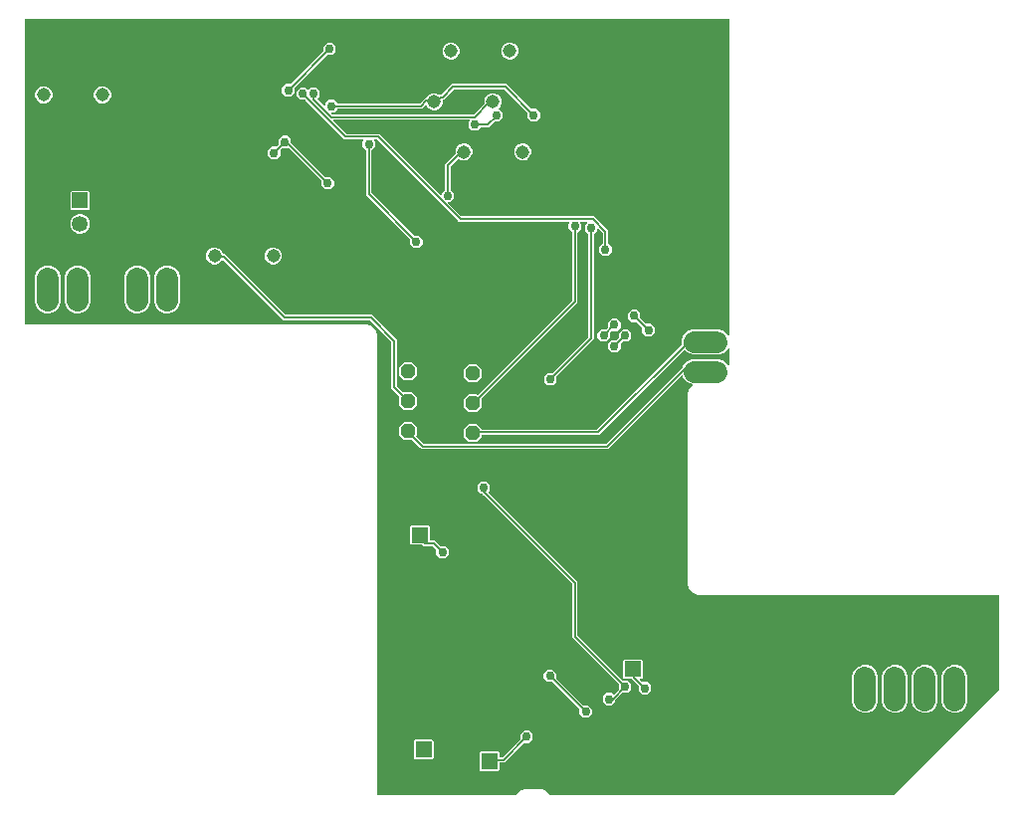
<source format=gbr>
G04 EAGLE Gerber X2 export*
%TF.Part,Single*%
%TF.FileFunction,Copper,L2,Bot,Mixed*%
%TF.FilePolarity,Positive*%
%TF.GenerationSoftware,Autodesk,EAGLE,9.2.2*%
%TF.CreationDate,2019-06-08T20:53:20Z*%
G75*
%MOMM*%
%FSLAX34Y34*%
%LPD*%
%INBottom Copper*%
%AMOC8*
5,1,8,0,0,1.08239X$1,22.5*%
G01*
%ADD10C,1.143000*%
%ADD11R,1.350000X1.350000*%
%ADD12C,1.350000*%
%ADD13P,1.307527X8X292.500000*%
%ADD14C,1.879600*%
%ADD15C,0.152400*%
%ADD16C,0.756400*%

G36*
X428807Y10162D02*
X428807Y10162D01*
X428814Y10161D01*
X428905Y10182D01*
X428997Y10200D01*
X429003Y10204D01*
X429009Y10206D01*
X429085Y10260D01*
X429163Y10313D01*
X429167Y10318D01*
X429172Y10322D01*
X429269Y10474D01*
X429386Y10756D01*
X432244Y13614D01*
X432576Y13751D01*
X433800Y14258D01*
X435025Y14766D01*
X435979Y15161D01*
X450021Y15161D01*
X453756Y13614D01*
X456614Y10756D01*
X456731Y10474D01*
X456734Y10468D01*
X456736Y10462D01*
X456790Y10385D01*
X456842Y10308D01*
X456848Y10304D01*
X456852Y10299D01*
X456931Y10249D01*
X457010Y10197D01*
X457016Y10196D01*
X457022Y10193D01*
X457199Y10161D01*
X750166Y10161D01*
X750174Y10162D01*
X750181Y10161D01*
X750271Y10182D01*
X750362Y10200D01*
X750369Y10205D01*
X750377Y10207D01*
X750525Y10309D01*
X839691Y99475D01*
X839695Y99482D01*
X839701Y99487D01*
X839750Y99565D01*
X839802Y99642D01*
X839803Y99650D01*
X839807Y99657D01*
X839839Y99834D01*
X839839Y179332D01*
X839838Y179337D01*
X839839Y179342D01*
X839818Y179435D01*
X839800Y179529D01*
X839797Y179533D01*
X839796Y179538D01*
X839740Y179616D01*
X839687Y179694D01*
X839683Y179697D01*
X839680Y179701D01*
X839598Y179752D01*
X839519Y179804D01*
X839514Y179804D01*
X839509Y179807D01*
X839332Y179839D01*
X582979Y179839D01*
X579244Y181386D01*
X576386Y184244D01*
X574839Y187979D01*
X574839Y352021D01*
X576386Y355756D01*
X578842Y358211D01*
X578843Y358214D01*
X578846Y358215D01*
X578898Y358296D01*
X578953Y358378D01*
X578953Y358381D01*
X578955Y358383D01*
X578972Y358479D01*
X578990Y358575D01*
X578990Y358578D01*
X578990Y358580D01*
X578969Y358677D01*
X578949Y358771D01*
X578947Y358773D01*
X578947Y358776D01*
X578890Y358856D01*
X578835Y358936D01*
X578832Y358937D01*
X578831Y358939D01*
X578748Y358991D01*
X578665Y359043D01*
X578663Y359044D01*
X578661Y359045D01*
X578483Y359077D01*
X578429Y359077D01*
X574415Y360740D01*
X571342Y363813D01*
X570270Y366400D01*
X570268Y366404D01*
X570267Y366408D01*
X570212Y366487D01*
X570159Y366567D01*
X570155Y366569D01*
X570153Y366572D01*
X570071Y366624D01*
X569991Y366677D01*
X569987Y366678D01*
X569984Y366680D01*
X569889Y366696D01*
X569794Y366714D01*
X569790Y366713D01*
X569786Y366713D01*
X569692Y366691D01*
X569598Y366671D01*
X569595Y366669D01*
X569591Y366668D01*
X569443Y366565D01*
X506915Y304037D01*
X348049Y304037D01*
X346561Y305525D01*
X340324Y311762D01*
X340319Y311765D01*
X340316Y311770D01*
X340236Y311820D01*
X340157Y311873D01*
X340152Y311874D01*
X340147Y311877D01*
X340053Y311893D01*
X339960Y311911D01*
X339955Y311910D01*
X339950Y311911D01*
X339857Y311889D01*
X339764Y311869D01*
X339759Y311866D01*
X339754Y311865D01*
X339711Y311835D01*
X333412Y311835D01*
X328981Y316266D01*
X328981Y322533D01*
X333412Y326964D01*
X339679Y326964D01*
X344111Y322533D01*
X344111Y316266D01*
X343558Y315714D01*
X343555Y315709D01*
X343551Y315706D01*
X343500Y315626D01*
X343447Y315547D01*
X343446Y315541D01*
X343443Y315537D01*
X343427Y315443D01*
X343409Y315350D01*
X343410Y315345D01*
X343409Y315339D01*
X343431Y315247D01*
X343451Y315154D01*
X343454Y315149D01*
X343455Y315144D01*
X343558Y314996D01*
X349795Y308759D01*
X349801Y308755D01*
X349806Y308749D01*
X349884Y308700D01*
X349962Y308648D01*
X349969Y308647D01*
X349976Y308643D01*
X350153Y308611D01*
X504811Y308611D01*
X504818Y308612D01*
X504826Y308611D01*
X504916Y308632D01*
X505007Y308650D01*
X505014Y308655D01*
X505021Y308657D01*
X505169Y308759D01*
X570383Y373973D01*
X570388Y373981D01*
X570396Y373986D01*
X570493Y374138D01*
X571342Y376187D01*
X574415Y379260D01*
X574942Y379478D01*
X576167Y379986D01*
X577391Y380493D01*
X577392Y380493D01*
X578429Y380923D01*
X601571Y380923D01*
X605585Y379260D01*
X608658Y376187D01*
X608863Y375691D01*
X608864Y375690D01*
X608864Y375689D01*
X608867Y375685D01*
X608867Y375682D01*
X608904Y375630D01*
X608919Y375608D01*
X608975Y375525D01*
X608976Y375524D01*
X608977Y375523D01*
X608983Y375519D01*
X608991Y375513D01*
X609057Y375471D01*
X609143Y375415D01*
X609144Y375414D01*
X609145Y375414D01*
X609242Y375396D01*
X609340Y375378D01*
X609341Y375378D01*
X609342Y375378D01*
X609442Y375400D01*
X609536Y375421D01*
X609537Y375421D01*
X609538Y375422D01*
X609618Y375479D01*
X609700Y375536D01*
X609700Y375537D01*
X609701Y375538D01*
X609753Y375620D01*
X609806Y375705D01*
X609807Y375707D01*
X609807Y375708D01*
X609839Y375885D01*
X609839Y389515D01*
X609839Y389516D01*
X609839Y389517D01*
X609820Y389611D01*
X609800Y389711D01*
X609799Y389712D01*
X609799Y389714D01*
X609742Y389796D01*
X609687Y389877D01*
X609686Y389878D01*
X609685Y389879D01*
X609600Y389934D01*
X609519Y389986D01*
X609518Y389987D01*
X609517Y389987D01*
X609418Y390005D01*
X609322Y390022D01*
X609320Y390022D01*
X609319Y390022D01*
X609222Y390000D01*
X609126Y389978D01*
X609125Y389978D01*
X609124Y389977D01*
X609044Y389920D01*
X608963Y389862D01*
X608962Y389861D01*
X608961Y389861D01*
X608863Y389709D01*
X608658Y389213D01*
X605585Y386140D01*
X605231Y385993D01*
X604006Y385486D01*
X602782Y384979D01*
X601571Y384477D01*
X578429Y384477D01*
X574415Y386140D01*
X572169Y388386D01*
X572165Y388389D01*
X572162Y388393D01*
X572081Y388444D01*
X572002Y388497D01*
X571997Y388498D01*
X571993Y388501D01*
X571899Y388517D01*
X571805Y388534D01*
X571800Y388533D01*
X571795Y388534D01*
X571702Y388513D01*
X571609Y388493D01*
X571605Y388490D01*
X571600Y388489D01*
X571452Y388386D01*
X499295Y316229D01*
X399492Y316229D01*
X399487Y316228D01*
X399482Y316229D01*
X399389Y316208D01*
X399296Y316190D01*
X399291Y316187D01*
X399286Y316186D01*
X399208Y316130D01*
X399130Y316077D01*
X399127Y316073D01*
X399123Y316070D01*
X399072Y315988D01*
X399021Y315909D01*
X399020Y315904D01*
X399017Y315899D01*
X398985Y315722D01*
X398985Y314907D01*
X394554Y310476D01*
X388287Y310476D01*
X383855Y314907D01*
X383855Y321174D01*
X388287Y325605D01*
X394554Y325605D01*
X399019Y321140D01*
X399024Y321113D01*
X399027Y321109D01*
X399029Y321104D01*
X399084Y321026D01*
X399137Y320948D01*
X399142Y320945D01*
X399145Y320941D01*
X399226Y320890D01*
X399305Y320838D01*
X399310Y320838D01*
X399315Y320835D01*
X399492Y320803D01*
X497191Y320803D01*
X497198Y320804D01*
X497206Y320803D01*
X497296Y320824D01*
X497387Y320842D01*
X497394Y320847D01*
X497401Y320849D01*
X497549Y320951D01*
X569531Y392933D01*
X569535Y392939D01*
X569541Y392944D01*
X569590Y393022D01*
X569642Y393100D01*
X569643Y393107D01*
X569647Y393114D01*
X569679Y393291D01*
X569679Y397573D01*
X571342Y401587D01*
X574415Y404660D01*
X574852Y404841D01*
X576076Y405348D01*
X577301Y405855D01*
X578429Y406323D01*
X601571Y406323D01*
X605585Y404660D01*
X608658Y401587D01*
X608863Y401091D01*
X608864Y401090D01*
X608864Y401089D01*
X608919Y401008D01*
X608975Y400925D01*
X608976Y400924D01*
X608977Y400923D01*
X609057Y400871D01*
X609143Y400815D01*
X609144Y400814D01*
X609145Y400814D01*
X609242Y400796D01*
X609340Y400778D01*
X609341Y400778D01*
X609342Y400778D01*
X609442Y400800D01*
X609536Y400821D01*
X609537Y400821D01*
X609538Y400822D01*
X609618Y400879D01*
X609700Y400936D01*
X609700Y400937D01*
X609701Y400938D01*
X609753Y401020D01*
X609806Y401105D01*
X609807Y401107D01*
X609807Y401108D01*
X609839Y401285D01*
X609839Y669332D01*
X609838Y669337D01*
X609839Y669342D01*
X609818Y669435D01*
X609800Y669529D01*
X609797Y669533D01*
X609796Y669538D01*
X609740Y669616D01*
X609687Y669694D01*
X609683Y669697D01*
X609680Y669701D01*
X609598Y669752D01*
X609519Y669804D01*
X609514Y669804D01*
X609509Y669807D01*
X609332Y669839D01*
X10668Y669839D01*
X10663Y669838D01*
X10658Y669839D01*
X10565Y669818D01*
X10471Y669800D01*
X10467Y669797D01*
X10462Y669796D01*
X10384Y669740D01*
X10306Y669687D01*
X10303Y669683D01*
X10299Y669680D01*
X10248Y669598D01*
X10196Y669519D01*
X10196Y669514D01*
X10193Y669509D01*
X10161Y669332D01*
X10161Y410668D01*
X10162Y410663D01*
X10161Y410658D01*
X10182Y410565D01*
X10200Y410471D01*
X10203Y410467D01*
X10204Y410462D01*
X10260Y410384D01*
X10313Y410306D01*
X10317Y410303D01*
X10320Y410299D01*
X10402Y410248D01*
X10481Y410196D01*
X10486Y410196D01*
X10491Y410193D01*
X10668Y410161D01*
X302021Y410161D01*
X305756Y408614D01*
X308614Y405756D01*
X310161Y402021D01*
X310161Y10668D01*
X310162Y10663D01*
X310161Y10658D01*
X310182Y10565D01*
X310200Y10471D01*
X310203Y10467D01*
X310204Y10462D01*
X310260Y10384D01*
X310313Y10306D01*
X310317Y10303D01*
X310320Y10299D01*
X310402Y10248D01*
X310481Y10196D01*
X310486Y10196D01*
X310491Y10193D01*
X310668Y10161D01*
X428801Y10161D01*
X428807Y10162D01*
G37*
%LPC*%
G36*
X388287Y335876D02*
X388287Y335876D01*
X383855Y340307D01*
X383855Y346574D01*
X388287Y351005D01*
X394554Y351005D01*
X395188Y350371D01*
X395192Y350368D01*
X395195Y350364D01*
X395275Y350313D01*
X395355Y350260D01*
X395360Y350259D01*
X395364Y350256D01*
X395458Y350240D01*
X395552Y350223D01*
X395557Y350224D01*
X395562Y350223D01*
X395654Y350244D01*
X395748Y350264D01*
X395752Y350267D01*
X395757Y350268D01*
X395905Y350371D01*
X476101Y430567D01*
X476105Y430573D01*
X476111Y430578D01*
X476160Y430656D01*
X476212Y430734D01*
X476213Y430741D01*
X476217Y430748D01*
X476249Y430925D01*
X476249Y488348D01*
X476248Y488356D01*
X476249Y488363D01*
X476228Y488453D01*
X476210Y488544D01*
X476205Y488551D01*
X476203Y488558D01*
X476101Y488706D01*
X473229Y491578D01*
X473229Y495974D01*
X473975Y496719D01*
X473976Y496722D01*
X473978Y496723D01*
X474030Y496803D01*
X474085Y496886D01*
X474086Y496889D01*
X474087Y496891D01*
X474105Y496987D01*
X474123Y497083D01*
X474123Y497086D01*
X474123Y497088D01*
X474102Y497185D01*
X474081Y497279D01*
X474080Y497281D01*
X474079Y497284D01*
X474023Y497364D01*
X473967Y497444D01*
X473965Y497445D01*
X473963Y497447D01*
X473880Y497499D01*
X473798Y497551D01*
X473795Y497552D01*
X473793Y497553D01*
X473616Y497585D01*
X380053Y497585D01*
X310097Y567541D01*
X310091Y567545D01*
X310086Y567551D01*
X310008Y567600D01*
X309930Y567652D01*
X309923Y567653D01*
X309916Y567657D01*
X309739Y567689D01*
X308196Y567689D01*
X308194Y567689D01*
X308191Y567689D01*
X308096Y567669D01*
X308000Y567650D01*
X307997Y567648D01*
X307995Y567648D01*
X307914Y567592D01*
X307834Y567537D01*
X307832Y567535D01*
X307830Y567533D01*
X307777Y567450D01*
X307725Y567369D01*
X307724Y567366D01*
X307723Y567364D01*
X307706Y567268D01*
X307689Y567172D01*
X307690Y567169D01*
X307689Y567167D01*
X307711Y567072D01*
X307733Y566976D01*
X307734Y566974D01*
X307735Y566971D01*
X307837Y566823D01*
X308583Y566078D01*
X308583Y561682D01*
X305711Y558810D01*
X305707Y558804D01*
X305701Y558799D01*
X305652Y558721D01*
X305600Y558643D01*
X305599Y558636D01*
X305595Y558629D01*
X305563Y558452D01*
X305563Y522129D01*
X305564Y522121D01*
X305563Y522113D01*
X305584Y522023D01*
X305602Y521932D01*
X305607Y521926D01*
X305609Y521918D01*
X305711Y521770D01*
X341654Y485827D01*
X341660Y485823D01*
X341665Y485817D01*
X341744Y485768D01*
X341821Y485716D01*
X341829Y485715D01*
X341835Y485711D01*
X342013Y485679D01*
X345757Y485679D01*
X348865Y482570D01*
X348865Y478174D01*
X345757Y475065D01*
X341360Y475065D01*
X338252Y478174D01*
X338252Y482552D01*
X338250Y482559D01*
X338251Y482567D01*
X338231Y482657D01*
X338212Y482748D01*
X338208Y482755D01*
X338206Y482762D01*
X338103Y482910D01*
X300989Y520024D01*
X300989Y558452D01*
X300988Y558460D01*
X300989Y558467D01*
X300968Y558557D01*
X300950Y558648D01*
X300945Y558655D01*
X300943Y558662D01*
X300841Y558810D01*
X297969Y561682D01*
X297969Y566078D01*
X298715Y566823D01*
X298716Y566826D01*
X298718Y566827D01*
X298770Y566907D01*
X298825Y566990D01*
X298826Y566993D01*
X298827Y566995D01*
X298844Y567089D01*
X298863Y567187D01*
X298863Y567190D01*
X298863Y567192D01*
X298842Y567289D01*
X298821Y567383D01*
X298820Y567385D01*
X298819Y567388D01*
X298763Y567468D01*
X298707Y567548D01*
X298705Y567549D01*
X298703Y567551D01*
X298620Y567603D01*
X298538Y567655D01*
X298535Y567656D01*
X298533Y567657D01*
X298356Y567689D01*
X282517Y567689D01*
X281029Y569177D01*
X249109Y601097D01*
X249103Y601101D01*
X249098Y601107D01*
X249020Y601156D01*
X248942Y601208D01*
X248935Y601209D01*
X248928Y601213D01*
X248751Y601245D01*
X244690Y601245D01*
X241581Y604354D01*
X241581Y608750D01*
X244690Y611859D01*
X249086Y611859D01*
X251101Y609844D01*
X251106Y609841D01*
X251109Y609836D01*
X251189Y609785D01*
X251268Y609733D01*
X251273Y609732D01*
X251278Y609729D01*
X251372Y609713D01*
X251465Y609695D01*
X251470Y609696D01*
X251476Y609695D01*
X251568Y609717D01*
X251661Y609737D01*
X251666Y609740D01*
X251671Y609741D01*
X251819Y609844D01*
X253834Y611859D01*
X258230Y611859D01*
X261339Y608750D01*
X261339Y604354D01*
X259474Y602489D01*
X259471Y602485D01*
X259467Y602482D01*
X259416Y602401D01*
X259363Y602322D01*
X259362Y602317D01*
X259359Y602313D01*
X259343Y602219D01*
X259326Y602125D01*
X259327Y602120D01*
X259326Y602115D01*
X259347Y602023D01*
X259367Y601929D01*
X259370Y601925D01*
X259371Y601920D01*
X259474Y601772D01*
X265099Y596147D01*
X265102Y596145D01*
X265103Y596143D01*
X265184Y596090D01*
X265266Y596036D01*
X265269Y596035D01*
X265271Y596034D01*
X265367Y596016D01*
X265463Y595998D01*
X265466Y595999D01*
X265468Y595998D01*
X265565Y596020D01*
X265659Y596040D01*
X265661Y596041D01*
X265664Y596042D01*
X265744Y596098D01*
X265824Y596154D01*
X265825Y596156D01*
X265827Y596158D01*
X265879Y596240D01*
X265931Y596323D01*
X265932Y596326D01*
X265933Y596328D01*
X265965Y596505D01*
X265965Y598082D01*
X269074Y601191D01*
X273470Y601191D01*
X276342Y598319D01*
X276348Y598315D01*
X276353Y598309D01*
X276431Y598260D01*
X276509Y598208D01*
X276516Y598207D01*
X276523Y598203D01*
X276700Y598171D01*
X346315Y598171D01*
X346322Y598172D01*
X346330Y598171D01*
X346420Y598192D01*
X346511Y598210D01*
X346518Y598215D01*
X346525Y598217D01*
X346673Y598319D01*
X351097Y602743D01*
X351862Y602743D01*
X351868Y602744D01*
X351875Y602743D01*
X351966Y602764D01*
X352058Y602782D01*
X352064Y602786D01*
X352070Y602787D01*
X352147Y602842D01*
X352224Y602895D01*
X352228Y602900D01*
X352233Y602904D01*
X352330Y603056D01*
X352668Y603871D01*
X354705Y605908D01*
X355456Y606219D01*
X355457Y606219D01*
X356681Y606726D01*
X357365Y607010D01*
X360246Y607010D01*
X362946Y605891D01*
X362965Y605880D01*
X363042Y605828D01*
X363049Y605827D01*
X363056Y605823D01*
X363233Y605791D01*
X364603Y605791D01*
X364610Y605792D01*
X364618Y605791D01*
X364708Y605812D01*
X364799Y605830D01*
X364806Y605835D01*
X364813Y605837D01*
X364961Y605939D01*
X373957Y614935D01*
X420047Y614935D01*
X421535Y613447D01*
X441263Y593719D01*
X441269Y593715D01*
X441274Y593709D01*
X441352Y593660D01*
X441430Y593608D01*
X441437Y593607D01*
X441444Y593603D01*
X441621Y593571D01*
X445682Y593571D01*
X448791Y590462D01*
X448791Y586066D01*
X445682Y582957D01*
X441286Y582957D01*
X438177Y586066D01*
X438177Y590127D01*
X438176Y590134D01*
X438177Y590142D01*
X438156Y590232D01*
X438138Y590323D01*
X438133Y590330D01*
X438131Y590337D01*
X438029Y590485D01*
X418301Y610213D01*
X418295Y610217D01*
X418290Y610223D01*
X418212Y610272D01*
X418134Y610324D01*
X418127Y610325D01*
X418120Y610329D01*
X417943Y610361D01*
X376061Y610361D01*
X376054Y610360D01*
X376046Y610361D01*
X375956Y610340D01*
X375865Y610322D01*
X375858Y610317D01*
X375851Y610315D01*
X375703Y610213D01*
X366707Y601217D01*
X366552Y601217D01*
X366547Y601216D01*
X366542Y601217D01*
X366449Y601196D01*
X366356Y601178D01*
X366352Y601175D01*
X366346Y601174D01*
X366269Y601118D01*
X366190Y601065D01*
X366187Y601061D01*
X366183Y601058D01*
X366132Y600976D01*
X366081Y600897D01*
X366080Y600892D01*
X366077Y600887D01*
X366045Y600710D01*
X366045Y598330D01*
X364943Y595669D01*
X362906Y593632D01*
X362487Y593459D01*
X361262Y592951D01*
X360246Y592530D01*
X357365Y592530D01*
X354705Y593632D01*
X352668Y595669D01*
X352321Y596507D01*
X352319Y596510D01*
X352318Y596514D01*
X352263Y596594D01*
X352209Y596673D01*
X352206Y596676D01*
X352204Y596679D01*
X352122Y596731D01*
X352042Y596784D01*
X352038Y596784D01*
X352034Y596786D01*
X351939Y596802D01*
X351844Y596820D01*
X351841Y596819D01*
X351837Y596820D01*
X351743Y596798D01*
X351649Y596778D01*
X351645Y596775D01*
X351642Y596774D01*
X351494Y596672D01*
X348419Y593597D01*
X276700Y593597D01*
X276692Y593596D01*
X276685Y593597D01*
X276595Y593576D01*
X276504Y593558D01*
X276497Y593553D01*
X276490Y593551D01*
X276342Y593449D01*
X273470Y590577D01*
X271893Y590577D01*
X271891Y590577D01*
X271888Y590577D01*
X271793Y590557D01*
X271697Y590538D01*
X271695Y590536D01*
X271692Y590536D01*
X271612Y590480D01*
X271531Y590425D01*
X271530Y590423D01*
X271527Y590421D01*
X271474Y590337D01*
X271422Y590257D01*
X271421Y590254D01*
X271420Y590252D01*
X271403Y590156D01*
X271386Y590060D01*
X271387Y590057D01*
X271386Y590055D01*
X271409Y589958D01*
X271430Y589864D01*
X271431Y589862D01*
X271432Y589859D01*
X271535Y589711D01*
X272071Y589175D01*
X272077Y589171D01*
X272082Y589165D01*
X272161Y589116D01*
X272238Y589064D01*
X272245Y589063D01*
X272252Y589059D01*
X272429Y589027D01*
X392035Y589027D01*
X392042Y589028D01*
X392050Y589027D01*
X392140Y589048D01*
X392231Y589066D01*
X392238Y589071D01*
X392245Y589073D01*
X392393Y589175D01*
X401417Y598199D01*
X401422Y598206D01*
X401428Y598210D01*
X401477Y598289D01*
X401528Y598366D01*
X401530Y598374D01*
X401534Y598380D01*
X401566Y598558D01*
X401566Y601210D01*
X402668Y603871D01*
X404705Y605908D01*
X405456Y606219D01*
X405457Y606219D01*
X406681Y606726D01*
X407365Y607010D01*
X410246Y607010D01*
X412906Y605908D01*
X414943Y603871D01*
X416045Y601210D01*
X416045Y598330D01*
X414943Y595669D01*
X413620Y594346D01*
X413617Y594342D01*
X413613Y594339D01*
X413562Y594259D01*
X413509Y594179D01*
X413508Y594174D01*
X413505Y594170D01*
X413489Y594076D01*
X413472Y593982D01*
X413473Y593977D01*
X413472Y593972D01*
X413493Y593879D01*
X413513Y593786D01*
X413516Y593782D01*
X413517Y593777D01*
X413620Y593629D01*
X416787Y590462D01*
X416787Y586066D01*
X413678Y582957D01*
X410673Y582957D01*
X410665Y582956D01*
X410658Y582957D01*
X410568Y582936D01*
X410477Y582918D01*
X410470Y582913D01*
X410462Y582911D01*
X410314Y582809D01*
X407022Y579516D01*
X405534Y578028D01*
X398638Y578028D01*
X398631Y578027D01*
X398623Y578028D01*
X398533Y578007D01*
X398442Y577989D01*
X398435Y577984D01*
X398428Y577982D01*
X398280Y577880D01*
X395408Y575008D01*
X391012Y575008D01*
X387903Y578117D01*
X387903Y582513D01*
X388978Y583587D01*
X388979Y583590D01*
X388981Y583591D01*
X389033Y583671D01*
X389089Y583754D01*
X389089Y583757D01*
X389091Y583759D01*
X389108Y583855D01*
X389126Y583951D01*
X389126Y583954D01*
X389126Y583956D01*
X389105Y584053D01*
X389085Y584147D01*
X389083Y584149D01*
X389083Y584152D01*
X389026Y584232D01*
X388970Y584312D01*
X388968Y584313D01*
X388967Y584315D01*
X388883Y584368D01*
X388801Y584419D01*
X388799Y584420D01*
X388796Y584421D01*
X388619Y584453D01*
X273445Y584453D01*
X273443Y584453D01*
X273440Y584453D01*
X273345Y584433D01*
X273249Y584414D01*
X273247Y584412D01*
X273244Y584412D01*
X273163Y584356D01*
X273083Y584301D01*
X273082Y584299D01*
X273079Y584297D01*
X273026Y584214D01*
X272974Y584133D01*
X272973Y584130D01*
X272972Y584128D01*
X272955Y584032D01*
X272938Y583936D01*
X272939Y583933D01*
X272938Y583931D01*
X272960Y583837D01*
X272982Y583740D01*
X272983Y583738D01*
X272984Y583735D01*
X273087Y583587D01*
X284263Y572411D01*
X284269Y572407D01*
X284274Y572401D01*
X284352Y572352D01*
X284430Y572300D01*
X284437Y572299D01*
X284444Y572295D01*
X284621Y572263D01*
X311843Y572263D01*
X364159Y519947D01*
X364162Y519945D01*
X364163Y519943D01*
X364244Y519890D01*
X364326Y519836D01*
X364329Y519835D01*
X364331Y519834D01*
X364427Y519816D01*
X364523Y519798D01*
X364526Y519799D01*
X364528Y519798D01*
X364625Y519820D01*
X364719Y519840D01*
X364721Y519841D01*
X364724Y519842D01*
X364804Y519898D01*
X364884Y519954D01*
X364885Y519956D01*
X364887Y519958D01*
X364939Y520040D01*
X364991Y520123D01*
X364992Y520126D01*
X364993Y520128D01*
X365025Y520305D01*
X365025Y521882D01*
X367897Y524754D01*
X367901Y524760D01*
X367907Y524765D01*
X367956Y524843D01*
X368008Y524920D01*
X368009Y524928D01*
X368013Y524935D01*
X368045Y525112D01*
X368045Y546539D01*
X376710Y555204D01*
X376715Y555211D01*
X376721Y555215D01*
X376770Y555294D01*
X376821Y555371D01*
X376823Y555379D01*
X376827Y555386D01*
X376859Y555563D01*
X376859Y558450D01*
X377961Y561111D01*
X379998Y563148D01*
X381114Y563610D01*
X382339Y564117D01*
X382659Y564250D01*
X385539Y564250D01*
X388200Y563148D01*
X390236Y561111D01*
X391338Y558450D01*
X391338Y555570D01*
X390236Y552909D01*
X388200Y550872D01*
X388145Y550850D01*
X388144Y550850D01*
X386920Y550342D01*
X385695Y549835D01*
X385539Y549770D01*
X382659Y549770D01*
X379998Y550872D01*
X379781Y551089D01*
X379776Y551092D01*
X379773Y551097D01*
X379692Y551148D01*
X379614Y551200D01*
X379609Y551201D01*
X379604Y551204D01*
X379510Y551220D01*
X379417Y551238D01*
X379412Y551237D01*
X379407Y551238D01*
X379314Y551216D01*
X379221Y551196D01*
X379217Y551193D01*
X379211Y551192D01*
X379063Y551089D01*
X372767Y544793D01*
X372763Y544787D01*
X372757Y544782D01*
X372708Y544704D01*
X372656Y544626D01*
X372655Y544619D01*
X372651Y544612D01*
X372619Y544435D01*
X372619Y525112D01*
X372620Y525104D01*
X372619Y525097D01*
X372640Y525007D01*
X372658Y524916D01*
X372663Y524909D01*
X372665Y524902D01*
X372767Y524754D01*
X375639Y521882D01*
X375639Y517486D01*
X372530Y514377D01*
X370953Y514377D01*
X370951Y514377D01*
X370948Y514377D01*
X370853Y514357D01*
X370757Y514338D01*
X370755Y514336D01*
X370752Y514336D01*
X370671Y514280D01*
X370591Y514225D01*
X370590Y514223D01*
X370587Y514221D01*
X370534Y514138D01*
X370482Y514057D01*
X370481Y514054D01*
X370480Y514052D01*
X370463Y513956D01*
X370446Y513860D01*
X370447Y513857D01*
X370446Y513855D01*
X370468Y513761D01*
X370490Y513664D01*
X370491Y513662D01*
X370492Y513659D01*
X370595Y513511D01*
X381799Y502307D01*
X381805Y502303D01*
X381810Y502297D01*
X381888Y502248D01*
X381966Y502196D01*
X381973Y502195D01*
X381980Y502191D01*
X382157Y502159D01*
X494723Y502159D01*
X506731Y490151D01*
X506731Y479392D01*
X506732Y479384D01*
X506731Y479377D01*
X506752Y479287D01*
X506770Y479196D01*
X506775Y479189D01*
X506777Y479182D01*
X506879Y479034D01*
X509751Y476162D01*
X509751Y471766D01*
X506642Y468657D01*
X502246Y468657D01*
X499137Y471766D01*
X499137Y476162D01*
X502009Y479034D01*
X502013Y479040D01*
X502019Y479045D01*
X502068Y479123D01*
X502120Y479201D01*
X502121Y479208D01*
X502125Y479215D01*
X502157Y479392D01*
X502157Y488047D01*
X502156Y488054D01*
X502157Y488062D01*
X502136Y488152D01*
X502118Y488243D01*
X502113Y488250D01*
X502111Y488257D01*
X502009Y488405D01*
X498425Y491989D01*
X498422Y491991D01*
X498421Y491993D01*
X498340Y492046D01*
X498258Y492100D01*
X498255Y492101D01*
X498253Y492102D01*
X498157Y492120D01*
X498061Y492138D01*
X498058Y492137D01*
X498056Y492138D01*
X497959Y492116D01*
X497865Y492096D01*
X497863Y492095D01*
X497860Y492094D01*
X497780Y492038D01*
X497700Y491982D01*
X497699Y491980D01*
X497697Y491978D01*
X497645Y491896D01*
X497593Y491813D01*
X497592Y491810D01*
X497591Y491808D01*
X497559Y491631D01*
X497559Y490054D01*
X494687Y487182D01*
X494683Y487176D01*
X494677Y487171D01*
X494628Y487093D01*
X494576Y487015D01*
X494575Y487008D01*
X494571Y487001D01*
X494539Y486824D01*
X494539Y397446D01*
X463023Y365931D01*
X463019Y365924D01*
X463012Y365920D01*
X462964Y365841D01*
X462912Y365764D01*
X462911Y365756D01*
X462907Y365749D01*
X462875Y365572D01*
X462875Y361511D01*
X459766Y358403D01*
X455370Y358403D01*
X452261Y361511D01*
X452261Y365908D01*
X455370Y369016D01*
X459431Y369016D01*
X459438Y369018D01*
X459446Y369016D01*
X459536Y369037D01*
X459627Y369056D01*
X459634Y369060D01*
X459641Y369062D01*
X459789Y369165D01*
X489817Y399192D01*
X489821Y399199D01*
X489827Y399203D01*
X489876Y399282D01*
X489928Y399359D01*
X489929Y399367D01*
X489933Y399374D01*
X489965Y399551D01*
X489965Y486824D01*
X489964Y486832D01*
X489965Y486839D01*
X489944Y486929D01*
X489926Y487020D01*
X489921Y487027D01*
X489919Y487034D01*
X489817Y487182D01*
X486945Y490054D01*
X486945Y494450D01*
X489215Y496719D01*
X489216Y496722D01*
X489218Y496723D01*
X489271Y496804D01*
X489325Y496886D01*
X489326Y496889D01*
X489327Y496891D01*
X489345Y496987D01*
X489363Y497083D01*
X489363Y497086D01*
X489363Y497088D01*
X489342Y497185D01*
X489321Y497279D01*
X489320Y497281D01*
X489319Y497284D01*
X489263Y497364D01*
X489207Y497444D01*
X489205Y497445D01*
X489203Y497447D01*
X489121Y497499D01*
X489038Y497551D01*
X489035Y497552D01*
X489033Y497553D01*
X488856Y497585D01*
X483456Y497585D01*
X483454Y497585D01*
X483451Y497585D01*
X483356Y497565D01*
X483260Y497546D01*
X483257Y497544D01*
X483255Y497544D01*
X483174Y497488D01*
X483094Y497433D01*
X483092Y497431D01*
X483090Y497429D01*
X483037Y497346D01*
X482985Y497265D01*
X482984Y497262D01*
X482983Y497260D01*
X482966Y497164D01*
X482949Y497068D01*
X482950Y497065D01*
X482949Y497063D01*
X482971Y496968D01*
X482993Y496872D01*
X482994Y496870D01*
X482995Y496867D01*
X483097Y496719D01*
X483843Y495974D01*
X483843Y491578D01*
X480971Y488706D01*
X480967Y488700D01*
X480961Y488695D01*
X480912Y488617D01*
X480860Y488539D01*
X480859Y488532D01*
X480855Y488525D01*
X480823Y488348D01*
X480823Y428821D01*
X399133Y347132D01*
X399129Y347125D01*
X399123Y347120D01*
X399074Y347042D01*
X399023Y346965D01*
X399021Y346957D01*
X399017Y346950D01*
X398985Y346773D01*
X398985Y340307D01*
X394554Y335876D01*
X388287Y335876D01*
G37*
%LPD*%
%LPC*%
G36*
X333412Y337235D02*
X333412Y337235D01*
X328981Y341666D01*
X328981Y347933D01*
X329162Y348114D01*
X329165Y348119D01*
X329170Y348122D01*
X329221Y348202D01*
X329273Y348281D01*
X329274Y348286D01*
X329277Y348291D01*
X329293Y348385D01*
X329311Y348478D01*
X329310Y348483D01*
X329311Y348489D01*
X329289Y348581D01*
X329269Y348674D01*
X329266Y348679D01*
X329265Y348684D01*
X329162Y348832D01*
X322325Y355669D01*
X322325Y395083D01*
X322324Y395090D01*
X322325Y395098D01*
X322304Y395188D01*
X322286Y395279D01*
X322281Y395286D01*
X322279Y395293D01*
X322177Y395441D01*
X304001Y413617D01*
X303995Y413621D01*
X303990Y413627D01*
X303912Y413676D01*
X303834Y413728D01*
X303827Y413729D01*
X303820Y413733D01*
X303643Y413765D01*
X230701Y413765D01*
X229213Y415253D01*
X179178Y465288D01*
X179175Y465290D01*
X179172Y465294D01*
X179091Y465346D01*
X179011Y465399D01*
X179007Y465400D01*
X179004Y465402D01*
X178908Y465419D01*
X178814Y465437D01*
X178810Y465436D01*
X178806Y465437D01*
X178712Y465415D01*
X178618Y465395D01*
X178615Y465393D01*
X178611Y465392D01*
X178532Y465336D01*
X178453Y465281D01*
X178451Y465278D01*
X178448Y465275D01*
X178351Y465124D01*
X178024Y464336D01*
X175988Y462299D01*
X175460Y462081D01*
X174235Y461574D01*
X173327Y461197D01*
X170447Y461197D01*
X167786Y462299D01*
X165749Y464336D01*
X164647Y466997D01*
X164647Y469877D01*
X165749Y472538D01*
X167786Y474575D01*
X168430Y474841D01*
X169654Y475349D01*
X170447Y475677D01*
X173327Y475677D01*
X175988Y474575D01*
X178024Y472538D01*
X178882Y470468D01*
X178885Y470462D01*
X178887Y470456D01*
X178941Y470379D01*
X178994Y470301D01*
X178999Y470298D01*
X179003Y470293D01*
X179083Y470243D01*
X179161Y470191D01*
X179168Y470190D01*
X179173Y470187D01*
X179350Y470155D01*
X180779Y470155D01*
X232447Y418487D01*
X232453Y418483D01*
X232458Y418477D01*
X232536Y418428D01*
X232614Y418376D01*
X232621Y418375D01*
X232628Y418371D01*
X232805Y418339D01*
X305747Y418339D01*
X326899Y397187D01*
X326899Y357773D01*
X326900Y357766D01*
X326899Y357758D01*
X326920Y357668D01*
X326938Y357577D01*
X326943Y357570D01*
X326945Y357563D01*
X327047Y357415D01*
X332396Y352066D01*
X332401Y352063D01*
X332404Y352058D01*
X332484Y352008D01*
X332563Y351955D01*
X332568Y351954D01*
X332573Y351951D01*
X332667Y351935D01*
X332760Y351917D01*
X332765Y351918D01*
X332770Y351917D01*
X332863Y351939D01*
X332956Y351959D01*
X332961Y351962D01*
X332966Y351963D01*
X333114Y352066D01*
X333412Y352364D01*
X339679Y352364D01*
X344111Y347933D01*
X344111Y341666D01*
X339679Y337235D01*
X333412Y337235D01*
G37*
%LPD*%
%LPC*%
G36*
X505294Y86133D02*
X505294Y86133D01*
X502185Y89242D01*
X502185Y93638D01*
X505294Y96747D01*
X509690Y96747D01*
X510793Y95644D01*
X510797Y95641D01*
X510800Y95637D01*
X510880Y95586D01*
X510960Y95533D01*
X510965Y95532D01*
X510969Y95529D01*
X511063Y95513D01*
X511157Y95496D01*
X511162Y95497D01*
X511167Y95496D01*
X511259Y95517D01*
X511353Y95537D01*
X511357Y95540D01*
X511362Y95541D01*
X511510Y95644D01*
X515753Y99887D01*
X515757Y99893D01*
X515763Y99898D01*
X515812Y99976D01*
X515864Y100054D01*
X515865Y100061D01*
X515869Y100068D01*
X515901Y100245D01*
X515901Y103971D01*
X515900Y103978D01*
X515901Y103986D01*
X515880Y104076D01*
X515862Y104167D01*
X515857Y104174D01*
X515855Y104181D01*
X515753Y104329D01*
X476249Y143833D01*
X476249Y189343D01*
X476248Y189350D01*
X476249Y189358D01*
X476228Y189448D01*
X476210Y189539D01*
X476205Y189546D01*
X476203Y189553D01*
X476101Y189701D01*
X399985Y265817D01*
X399979Y265821D01*
X399974Y265827D01*
X399896Y265876D01*
X399818Y265928D01*
X399811Y265929D01*
X399804Y265933D01*
X399627Y265965D01*
X398614Y265965D01*
X395505Y269074D01*
X395505Y273470D01*
X398614Y276579D01*
X403010Y276579D01*
X406119Y273470D01*
X406119Y269074D01*
X405016Y267971D01*
X405013Y267967D01*
X405009Y267964D01*
X404958Y267883D01*
X404905Y267804D01*
X404904Y267799D01*
X404901Y267795D01*
X404885Y267701D01*
X404868Y267607D01*
X404869Y267602D01*
X404868Y267597D01*
X404889Y267505D01*
X404909Y267411D01*
X404912Y267407D01*
X404913Y267402D01*
X405016Y267254D01*
X480823Y191447D01*
X480823Y145937D01*
X480824Y145930D01*
X480823Y145922D01*
X480844Y145832D01*
X480862Y145741D01*
X480867Y145734D01*
X480869Y145727D01*
X480971Y145579D01*
X518987Y107563D01*
X518993Y107559D01*
X518998Y107553D01*
X519076Y107504D01*
X519154Y107452D01*
X519161Y107451D01*
X519168Y107447D01*
X519345Y107415D01*
X523406Y107415D01*
X526515Y104306D01*
X526515Y99910D01*
X523406Y96801D01*
X519345Y96801D01*
X519338Y96800D01*
X519330Y96801D01*
X519240Y96780D01*
X519149Y96762D01*
X519142Y96757D01*
X519135Y96755D01*
X518987Y96653D01*
X512947Y90613D01*
X512943Y90607D01*
X512937Y90602D01*
X512888Y90524D01*
X512836Y90446D01*
X512835Y90439D01*
X512831Y90432D01*
X512799Y90255D01*
X512799Y89242D01*
X509690Y86133D01*
X505294Y86133D01*
G37*
%LPD*%
%LPC*%
G36*
X104027Y419679D02*
X104027Y419679D01*
X100013Y421342D01*
X96940Y424415D01*
X95277Y428429D01*
X95277Y451571D01*
X96940Y455585D01*
X100013Y458658D01*
X101120Y459117D01*
X102345Y459624D01*
X103569Y460131D01*
X103570Y460131D01*
X104027Y460321D01*
X108373Y460321D01*
X112387Y458658D01*
X115460Y455585D01*
X117123Y451571D01*
X117123Y428429D01*
X115460Y424415D01*
X112387Y421342D01*
X111546Y420994D01*
X110321Y420486D01*
X109097Y419979D01*
X108373Y419679D01*
X104027Y419679D01*
G37*
%LPD*%
%LPC*%
G36*
X129427Y419679D02*
X129427Y419679D01*
X125413Y421342D01*
X122340Y424415D01*
X120677Y428429D01*
X120677Y451571D01*
X122340Y455585D01*
X125413Y458658D01*
X126520Y459117D01*
X127745Y459624D01*
X128969Y460131D01*
X128970Y460131D01*
X129427Y460321D01*
X133773Y460321D01*
X137787Y458658D01*
X140860Y455585D01*
X142523Y451571D01*
X142523Y428429D01*
X140860Y424415D01*
X137787Y421342D01*
X136946Y420994D01*
X135721Y420486D01*
X134497Y419979D01*
X133773Y419679D01*
X129427Y419679D01*
G37*
%LPD*%
%LPC*%
G36*
X53227Y419679D02*
X53227Y419679D01*
X49213Y421342D01*
X46140Y424415D01*
X44477Y428429D01*
X44477Y451571D01*
X46140Y455585D01*
X49213Y458658D01*
X50320Y459117D01*
X51545Y459624D01*
X52769Y460131D01*
X52770Y460131D01*
X53227Y460321D01*
X57573Y460321D01*
X61587Y458658D01*
X64660Y455585D01*
X66323Y451571D01*
X66323Y428429D01*
X64660Y424415D01*
X61587Y421342D01*
X60746Y420994D01*
X59521Y420486D01*
X58297Y419979D01*
X57573Y419679D01*
X53227Y419679D01*
G37*
%LPD*%
%LPC*%
G36*
X27827Y419679D02*
X27827Y419679D01*
X23813Y421342D01*
X20740Y424415D01*
X19077Y428429D01*
X19077Y451571D01*
X20740Y455585D01*
X23813Y458658D01*
X24920Y459117D01*
X26145Y459624D01*
X27369Y460131D01*
X27370Y460131D01*
X27827Y460321D01*
X32173Y460321D01*
X36187Y458658D01*
X39260Y455585D01*
X40923Y451571D01*
X40923Y428429D01*
X39260Y424415D01*
X36187Y421342D01*
X35346Y420994D01*
X34121Y420486D01*
X32897Y419979D01*
X32173Y419679D01*
X27827Y419679D01*
G37*
%LPD*%
%LPC*%
G36*
X748627Y79679D02*
X748627Y79679D01*
X744613Y81342D01*
X741540Y84415D01*
X739877Y88429D01*
X739877Y111571D01*
X741540Y115585D01*
X744613Y118658D01*
X744840Y118752D01*
X746064Y119259D01*
X747289Y119766D01*
X748513Y120274D01*
X748514Y120274D01*
X748627Y120321D01*
X752973Y120321D01*
X756987Y118658D01*
X760060Y115585D01*
X761723Y111571D01*
X761723Y88429D01*
X760060Y84415D01*
X756987Y81342D01*
X756490Y81136D01*
X755265Y80629D01*
X754041Y80122D01*
X752973Y79679D01*
X748627Y79679D01*
G37*
%LPD*%
%LPC*%
G36*
X774027Y79679D02*
X774027Y79679D01*
X770013Y81342D01*
X766940Y84415D01*
X765277Y88429D01*
X765277Y111571D01*
X766940Y115585D01*
X770013Y118658D01*
X770240Y118752D01*
X771464Y119259D01*
X772689Y119766D01*
X773913Y120274D01*
X773914Y120274D01*
X774027Y120321D01*
X778373Y120321D01*
X782387Y118658D01*
X785460Y115585D01*
X787123Y111571D01*
X787123Y88429D01*
X785460Y84415D01*
X782387Y81342D01*
X781890Y81136D01*
X780665Y80629D01*
X779441Y80122D01*
X778373Y79679D01*
X774027Y79679D01*
G37*
%LPD*%
%LPC*%
G36*
X799427Y79679D02*
X799427Y79679D01*
X795413Y81342D01*
X792340Y84415D01*
X790677Y88429D01*
X790677Y111571D01*
X792340Y115585D01*
X795413Y118658D01*
X795640Y118752D01*
X796864Y119259D01*
X798089Y119766D01*
X799313Y120274D01*
X799314Y120274D01*
X799427Y120321D01*
X803773Y120321D01*
X807787Y118658D01*
X810860Y115585D01*
X812523Y111571D01*
X812523Y88429D01*
X810860Y84415D01*
X807787Y81342D01*
X807290Y81136D01*
X806065Y80629D01*
X804841Y80122D01*
X803773Y79679D01*
X799427Y79679D01*
G37*
%LPD*%
%LPC*%
G36*
X723227Y79679D02*
X723227Y79679D01*
X719213Y81342D01*
X716140Y84415D01*
X714477Y88429D01*
X714477Y111571D01*
X716140Y115585D01*
X719213Y118658D01*
X719440Y118752D01*
X720664Y119259D01*
X721889Y119766D01*
X723113Y120274D01*
X723114Y120274D01*
X723227Y120321D01*
X727573Y120321D01*
X731587Y118658D01*
X734660Y115585D01*
X736323Y111571D01*
X736323Y88429D01*
X734660Y84415D01*
X731587Y81342D01*
X731090Y81136D01*
X729865Y80629D01*
X728641Y80122D01*
X727573Y79679D01*
X723227Y79679D01*
G37*
%LPD*%
%LPC*%
G36*
X398373Y30362D02*
X398373Y30362D01*
X397480Y31255D01*
X397480Y46018D01*
X398373Y46912D01*
X413136Y46912D01*
X414029Y46018D01*
X414029Y42418D01*
X414030Y42413D01*
X414029Y42408D01*
X414050Y42315D01*
X414069Y42221D01*
X414072Y42217D01*
X414073Y42212D01*
X414128Y42134D01*
X414181Y42056D01*
X414186Y42053D01*
X414189Y42049D01*
X414270Y41998D01*
X414349Y41946D01*
X414355Y41946D01*
X414359Y41943D01*
X414536Y41911D01*
X416419Y41911D01*
X416426Y41912D01*
X416434Y41911D01*
X416524Y41932D01*
X416615Y41950D01*
X416622Y41955D01*
X416629Y41957D01*
X416777Y42059D01*
X431933Y57215D01*
X431937Y57221D01*
X431943Y57226D01*
X431992Y57304D01*
X432044Y57382D01*
X432045Y57389D01*
X432049Y57396D01*
X432081Y57573D01*
X432081Y61634D01*
X435190Y64743D01*
X439586Y64743D01*
X442695Y61634D01*
X442695Y57238D01*
X439586Y54129D01*
X435525Y54129D01*
X435518Y54128D01*
X435510Y54129D01*
X435420Y54108D01*
X435329Y54090D01*
X435322Y54085D01*
X435315Y54083D01*
X435167Y53981D01*
X418523Y37337D01*
X414536Y37337D01*
X414531Y37336D01*
X414526Y37337D01*
X414433Y37316D01*
X414340Y37298D01*
X414335Y37295D01*
X414330Y37294D01*
X414253Y37238D01*
X414174Y37185D01*
X414171Y37181D01*
X414167Y37178D01*
X414116Y37096D01*
X414065Y37017D01*
X414064Y37012D01*
X414061Y37007D01*
X414029Y36830D01*
X414029Y31255D01*
X413136Y30362D01*
X398373Y30362D01*
G37*
%LPD*%
%LPC*%
G36*
X266026Y525045D02*
X266026Y525045D01*
X262917Y528154D01*
X262917Y532215D01*
X262916Y532222D01*
X262917Y532230D01*
X262896Y532320D01*
X262878Y532411D01*
X262873Y532418D01*
X262871Y532425D01*
X262769Y532573D01*
X234904Y560438D01*
X234900Y560441D01*
X234897Y560445D01*
X234817Y560496D01*
X234737Y560549D01*
X234732Y560550D01*
X234728Y560553D01*
X234634Y560569D01*
X234540Y560586D01*
X234535Y560585D01*
X234530Y560586D01*
X234437Y560565D01*
X234344Y560545D01*
X234340Y560542D01*
X234335Y560541D01*
X234187Y560438D01*
X233846Y560097D01*
X229785Y560097D01*
X229778Y560096D01*
X229770Y560097D01*
X229680Y560076D01*
X229589Y560058D01*
X229582Y560053D01*
X229575Y560051D01*
X229427Y559949D01*
X227959Y558481D01*
X227955Y558475D01*
X227949Y558470D01*
X227900Y558392D01*
X227848Y558314D01*
X227847Y558307D01*
X227843Y558300D01*
X227811Y558123D01*
X227811Y554062D01*
X224702Y550953D01*
X220306Y550953D01*
X217197Y554062D01*
X217197Y558458D01*
X220306Y561567D01*
X224367Y561567D01*
X224374Y561568D01*
X224382Y561567D01*
X224472Y561588D01*
X224563Y561606D01*
X224570Y561611D01*
X224577Y561613D01*
X224725Y561715D01*
X226193Y563183D01*
X226197Y563189D01*
X226203Y563194D01*
X226252Y563272D01*
X226304Y563350D01*
X226305Y563357D01*
X226309Y563364D01*
X226341Y563541D01*
X226341Y567602D01*
X229450Y570711D01*
X233846Y570711D01*
X236955Y567602D01*
X236955Y565065D01*
X236956Y565058D01*
X236955Y565050D01*
X236976Y564960D01*
X236994Y564869D01*
X236999Y564862D01*
X237001Y564855D01*
X237103Y564707D01*
X266003Y535807D01*
X266009Y535803D01*
X266014Y535797D01*
X266092Y535748D01*
X266170Y535696D01*
X266177Y535695D01*
X266184Y535691D01*
X266361Y535659D01*
X270422Y535659D01*
X273531Y532550D01*
X273531Y528154D01*
X270422Y525045D01*
X266026Y525045D01*
G37*
%LPD*%
%LPC*%
G36*
X363562Y211101D02*
X363562Y211101D01*
X360453Y214210D01*
X360453Y218271D01*
X360452Y218278D01*
X360453Y218286D01*
X360432Y218376D01*
X360414Y218467D01*
X360409Y218474D01*
X360407Y218481D01*
X360305Y218629D01*
X357341Y221593D01*
X357335Y221597D01*
X357330Y221603D01*
X357252Y221652D01*
X357174Y221704D01*
X357167Y221705D01*
X357160Y221709D01*
X356983Y221741D01*
X351313Y221741D01*
X351276Y221734D01*
X351239Y221736D01*
X351169Y221712D01*
X351117Y221702D01*
X351096Y221688D01*
X351068Y221678D01*
X350869Y221568D01*
X350339Y221721D01*
X350283Y221726D01*
X350198Y221741D01*
X349646Y221741D01*
X349485Y221902D01*
X349454Y221923D01*
X349429Y221951D01*
X349363Y221984D01*
X349318Y222013D01*
X349294Y222018D01*
X349268Y222031D01*
X349049Y222094D01*
X348865Y222428D01*
X348814Y222488D01*
X348768Y222552D01*
X348749Y222564D01*
X348735Y222581D01*
X348665Y222617D01*
X348598Y222658D01*
X348575Y222662D01*
X348556Y222672D01*
X348501Y222676D01*
X348421Y222690D01*
X339387Y222690D01*
X338493Y223583D01*
X338493Y238346D01*
X339387Y239240D01*
X354150Y239240D01*
X355043Y238346D01*
X355043Y226822D01*
X355044Y226817D01*
X355043Y226812D01*
X355064Y226719D01*
X355082Y226625D01*
X355085Y226621D01*
X355087Y226616D01*
X355142Y226538D01*
X355195Y226460D01*
X355199Y226457D01*
X355203Y226453D01*
X355284Y226402D01*
X355363Y226350D01*
X355368Y226350D01*
X355373Y226347D01*
X355550Y226315D01*
X359087Y226315D01*
X363539Y221863D01*
X363545Y221859D01*
X363550Y221853D01*
X363628Y221804D01*
X363706Y221752D01*
X363713Y221751D01*
X363720Y221747D01*
X363897Y221715D01*
X367958Y221715D01*
X371067Y218606D01*
X371067Y214210D01*
X367958Y211101D01*
X363562Y211101D01*
G37*
%LPD*%
%LPC*%
G36*
X535774Y95277D02*
X535774Y95277D01*
X532665Y98386D01*
X532665Y102447D01*
X532664Y102454D01*
X532665Y102462D01*
X532644Y102552D01*
X532626Y102643D01*
X532621Y102650D01*
X532619Y102657D01*
X532517Y102805D01*
X526879Y108443D01*
X526872Y108447D01*
X526868Y108454D01*
X526789Y108503D01*
X526712Y108554D01*
X526704Y108555D01*
X526698Y108560D01*
X526520Y108592D01*
X520666Y108592D01*
X519773Y109485D01*
X519773Y124248D01*
X520666Y125141D01*
X535429Y125141D01*
X536322Y124248D01*
X536322Y109485D01*
X535429Y108592D01*
X534423Y108592D01*
X534420Y108591D01*
X534418Y108592D01*
X534323Y108571D01*
X534226Y108552D01*
X534224Y108551D01*
X534222Y108550D01*
X534141Y108494D01*
X534061Y108439D01*
X534059Y108437D01*
X534057Y108436D01*
X534004Y108352D01*
X533951Y108271D01*
X533951Y108269D01*
X533949Y108267D01*
X533933Y108170D01*
X533916Y108074D01*
X533916Y108071D01*
X533916Y108069D01*
X533938Y107975D01*
X533959Y107878D01*
X533961Y107876D01*
X533961Y107874D01*
X534064Y107726D01*
X535751Y106039D01*
X535757Y106035D01*
X535762Y106029D01*
X535840Y105980D01*
X535918Y105928D01*
X535925Y105927D01*
X535932Y105923D01*
X536109Y105891D01*
X540170Y105891D01*
X543279Y102782D01*
X543279Y98386D01*
X540170Y95277D01*
X535774Y95277D01*
G37*
%LPD*%
%LPC*%
G36*
X232498Y604293D02*
X232498Y604293D01*
X229389Y607402D01*
X229389Y611798D01*
X232498Y614907D01*
X236559Y614907D01*
X236566Y614908D01*
X236574Y614907D01*
X236664Y614928D01*
X236755Y614946D01*
X236762Y614951D01*
X236769Y614953D01*
X236917Y615055D01*
X264293Y642431D01*
X264297Y642437D01*
X264303Y642442D01*
X264352Y642520D01*
X264404Y642598D01*
X264405Y642605D01*
X264409Y642612D01*
X264441Y642789D01*
X264441Y646850D01*
X267550Y649959D01*
X271946Y649959D01*
X275055Y646850D01*
X275055Y642454D01*
X271946Y639345D01*
X267885Y639345D01*
X267878Y639344D01*
X267870Y639345D01*
X267780Y639324D01*
X267689Y639306D01*
X267682Y639301D01*
X267675Y639299D01*
X267527Y639197D01*
X240151Y611821D01*
X240147Y611815D01*
X240141Y611810D01*
X240092Y611732D01*
X240040Y611654D01*
X240039Y611647D01*
X240035Y611640D01*
X240003Y611463D01*
X240003Y607402D01*
X236894Y604293D01*
X232498Y604293D01*
G37*
%LPD*%
%LPC*%
G36*
X485482Y75465D02*
X485482Y75465D01*
X482373Y78574D01*
X482373Y82635D01*
X482372Y82642D01*
X482373Y82650D01*
X482352Y82740D01*
X482334Y82831D01*
X482329Y82838D01*
X482327Y82845D01*
X482225Y82993D01*
X459421Y105797D01*
X459415Y105801D01*
X459410Y105807D01*
X459332Y105856D01*
X459254Y105908D01*
X459247Y105909D01*
X459240Y105913D01*
X459063Y105945D01*
X455002Y105945D01*
X451893Y109054D01*
X451893Y113450D01*
X455002Y116559D01*
X459398Y116559D01*
X462507Y113450D01*
X462507Y109389D01*
X462508Y109382D01*
X462507Y109374D01*
X462528Y109284D01*
X462546Y109193D01*
X462551Y109186D01*
X462553Y109179D01*
X462655Y109031D01*
X485459Y86227D01*
X485465Y86223D01*
X485470Y86217D01*
X485548Y86168D01*
X485626Y86116D01*
X485633Y86115D01*
X485640Y86111D01*
X485817Y86079D01*
X489878Y86079D01*
X492987Y82970D01*
X492987Y78574D01*
X489878Y75465D01*
X485482Y75465D01*
G37*
%LPD*%
%LPC*%
G36*
X342481Y40202D02*
X342481Y40202D01*
X341588Y41095D01*
X341588Y55858D01*
X342481Y56751D01*
X357244Y56751D01*
X358137Y55858D01*
X358137Y41095D01*
X357244Y40202D01*
X342481Y40202D01*
G37*
%LPD*%
%LPC*%
G36*
X50014Y507448D02*
X50014Y507448D01*
X49120Y508341D01*
X49120Y523105D01*
X50014Y523998D01*
X64777Y523998D01*
X65670Y523105D01*
X65670Y508341D01*
X64777Y507448D01*
X50014Y507448D01*
G37*
%LPD*%
%LPC*%
G36*
X55749Y487448D02*
X55749Y487448D01*
X52708Y488708D01*
X50380Y491036D01*
X49120Y494077D01*
X49120Y497369D01*
X50380Y500410D01*
X52708Y502738D01*
X52713Y502740D01*
X53937Y503247D01*
X53938Y503247D01*
X55162Y503755D01*
X55749Y503998D01*
X59041Y503998D01*
X62082Y502738D01*
X64410Y500410D01*
X65670Y497369D01*
X65670Y494077D01*
X64410Y491036D01*
X62082Y488708D01*
X61479Y488458D01*
X61478Y488458D01*
X60254Y487951D01*
X59041Y487448D01*
X55749Y487448D01*
G37*
%LPD*%
%LPC*%
G36*
X538822Y400077D02*
X538822Y400077D01*
X535713Y403186D01*
X535713Y407247D01*
X535712Y407254D01*
X535713Y407262D01*
X535692Y407351D01*
X535674Y407443D01*
X535669Y407450D01*
X535667Y407457D01*
X535565Y407605D01*
X531049Y412121D01*
X531043Y412125D01*
X531038Y412131D01*
X530960Y412180D01*
X530882Y412232D01*
X530875Y412233D01*
X530868Y412237D01*
X530691Y412269D01*
X526630Y412269D01*
X523521Y415378D01*
X523521Y419774D01*
X526630Y422883D01*
X531026Y422883D01*
X534135Y419774D01*
X534135Y415713D01*
X534136Y415706D01*
X534135Y415698D01*
X534156Y415608D01*
X534174Y415517D01*
X534179Y415510D01*
X534181Y415503D01*
X534283Y415355D01*
X538799Y410839D01*
X538805Y410835D01*
X538810Y410829D01*
X538888Y410780D01*
X538966Y410728D01*
X538973Y410727D01*
X538980Y410723D01*
X539157Y410691D01*
X543218Y410691D01*
X546327Y407582D01*
X546327Y403186D01*
X543218Y400077D01*
X538822Y400077D01*
G37*
%LPD*%
%LPC*%
G36*
X500722Y395505D02*
X500722Y395505D01*
X497613Y398614D01*
X497613Y403010D01*
X500722Y406119D01*
X504783Y406119D01*
X504790Y406120D01*
X504798Y406119D01*
X504888Y406140D01*
X504979Y406158D01*
X504986Y406163D01*
X504993Y406165D01*
X505141Y406267D01*
X506609Y407735D01*
X506613Y407741D01*
X506619Y407746D01*
X506668Y407824D01*
X506720Y407902D01*
X506721Y407909D01*
X506725Y407916D01*
X506757Y408093D01*
X506757Y412154D01*
X509866Y415263D01*
X514262Y415263D01*
X517371Y412154D01*
X517371Y407758D01*
X514262Y404649D01*
X510201Y404649D01*
X510194Y404648D01*
X510186Y404649D01*
X510096Y404628D01*
X510005Y404610D01*
X509998Y404605D01*
X509991Y404603D01*
X509843Y404501D01*
X508375Y403033D01*
X508371Y403027D01*
X508365Y403022D01*
X508316Y402944D01*
X508264Y402866D01*
X508263Y402859D01*
X508259Y402852D01*
X508227Y402675D01*
X508227Y398614D01*
X505118Y395505D01*
X500722Y395505D01*
G37*
%LPD*%
%LPC*%
G36*
X509866Y386361D02*
X509866Y386361D01*
X506757Y389470D01*
X506757Y393866D01*
X509866Y396975D01*
X513927Y396975D01*
X513934Y396976D01*
X513942Y396975D01*
X514032Y396996D01*
X514123Y397014D01*
X514130Y397019D01*
X514137Y397021D01*
X514285Y397123D01*
X515753Y398591D01*
X515757Y398597D01*
X515763Y398602D01*
X515812Y398680D01*
X515864Y398758D01*
X515865Y398765D01*
X515869Y398772D01*
X515901Y398949D01*
X515901Y403010D01*
X519010Y406119D01*
X523406Y406119D01*
X526515Y403010D01*
X526515Y398614D01*
X523406Y395505D01*
X519345Y395505D01*
X519338Y395504D01*
X519330Y395505D01*
X519240Y395484D01*
X519149Y395466D01*
X519142Y395461D01*
X519135Y395459D01*
X518987Y395357D01*
X517519Y393889D01*
X517515Y393883D01*
X517509Y393878D01*
X517460Y393800D01*
X517408Y393722D01*
X517407Y393715D01*
X517403Y393708D01*
X517371Y393531D01*
X517371Y389470D01*
X514262Y386361D01*
X509866Y386361D01*
G37*
%LPD*%
%LPC*%
G36*
X388287Y361276D02*
X388287Y361276D01*
X383855Y365707D01*
X383855Y371974D01*
X388287Y376405D01*
X394554Y376405D01*
X398985Y371974D01*
X398985Y365707D01*
X394554Y361276D01*
X388287Y361276D01*
G37*
%LPD*%
%LPC*%
G36*
X333412Y362635D02*
X333412Y362635D01*
X328981Y367066D01*
X328981Y373333D01*
X333412Y377764D01*
X339679Y377764D01*
X344111Y373333D01*
X344111Y367066D01*
X339679Y362635D01*
X333412Y362635D01*
G37*
%LPD*%
%LPC*%
G36*
X220447Y461197D02*
X220447Y461197D01*
X217786Y462299D01*
X215749Y464336D01*
X214647Y466997D01*
X214647Y469877D01*
X215749Y472538D01*
X217786Y474575D01*
X218430Y474841D01*
X219654Y475349D01*
X220447Y475677D01*
X223327Y475677D01*
X225988Y474575D01*
X228024Y472538D01*
X229126Y469877D01*
X229126Y466997D01*
X228024Y464336D01*
X225988Y462299D01*
X225460Y462081D01*
X224235Y461574D01*
X223327Y461197D01*
X220447Y461197D01*
G37*
%LPD*%
%LPC*%
G36*
X432659Y549770D02*
X432659Y549770D01*
X429998Y550872D01*
X427961Y552909D01*
X426859Y555570D01*
X426859Y558450D01*
X427961Y561111D01*
X429998Y563148D01*
X431114Y563610D01*
X432339Y564117D01*
X432659Y564250D01*
X435539Y564250D01*
X438200Y563148D01*
X440236Y561111D01*
X441338Y558450D01*
X441338Y555570D01*
X440236Y552909D01*
X438200Y550872D01*
X438145Y550850D01*
X438144Y550850D01*
X436920Y550342D01*
X435695Y549835D01*
X435539Y549770D01*
X432659Y549770D01*
G37*
%LPD*%
%LPC*%
G36*
X421721Y635629D02*
X421721Y635629D01*
X419061Y636731D01*
X417024Y638768D01*
X415922Y641429D01*
X415922Y644309D01*
X417024Y646970D01*
X419061Y649006D01*
X419855Y649335D01*
X421079Y649843D01*
X421721Y650109D01*
X424602Y650109D01*
X427263Y649006D01*
X429299Y646970D01*
X430401Y644309D01*
X430401Y641429D01*
X429299Y638768D01*
X427263Y636731D01*
X426885Y636575D01*
X425660Y636068D01*
X424602Y635629D01*
X421721Y635629D01*
G37*
%LPD*%
%LPC*%
G36*
X371721Y635629D02*
X371721Y635629D01*
X369061Y636731D01*
X367024Y638768D01*
X365922Y641429D01*
X365922Y644309D01*
X367024Y646970D01*
X369061Y649006D01*
X369855Y649335D01*
X371079Y649843D01*
X371721Y650109D01*
X374602Y650109D01*
X377263Y649006D01*
X379299Y646970D01*
X380401Y644309D01*
X380401Y641429D01*
X379299Y638768D01*
X377263Y636731D01*
X376885Y636575D01*
X375660Y636068D01*
X374602Y635629D01*
X371721Y635629D01*
G37*
%LPD*%
%LPC*%
G36*
X75201Y598335D02*
X75201Y598335D01*
X72540Y599438D01*
X70503Y601474D01*
X69401Y604135D01*
X69401Y607015D01*
X70503Y609676D01*
X72540Y611713D01*
X72747Y611799D01*
X72748Y611799D01*
X73972Y612306D01*
X75197Y612813D01*
X75201Y612815D01*
X78081Y612815D01*
X80742Y611713D01*
X82778Y609676D01*
X83880Y607015D01*
X83880Y604135D01*
X82778Y601474D01*
X80742Y599438D01*
X79778Y599038D01*
X78553Y598531D01*
X78081Y598335D01*
X75201Y598335D01*
G37*
%LPD*%
%LPC*%
G36*
X25201Y598335D02*
X25201Y598335D01*
X22540Y599438D01*
X20503Y601474D01*
X19401Y604135D01*
X19401Y607015D01*
X20503Y609676D01*
X22540Y611713D01*
X22747Y611799D01*
X22748Y611799D01*
X23972Y612306D01*
X25197Y612813D01*
X25201Y612815D01*
X28081Y612815D01*
X30742Y611713D01*
X32778Y609676D01*
X33880Y607015D01*
X33880Y604135D01*
X32778Y601474D01*
X30742Y599438D01*
X29778Y599038D01*
X28553Y598531D01*
X28081Y598335D01*
X25201Y598335D01*
G37*
%LPD*%
D10*
X221887Y468437D03*
X171887Y468437D03*
D11*
X57395Y515723D03*
D12*
X57395Y495723D03*
D10*
X384099Y557010D03*
X434099Y557010D03*
X408805Y599770D03*
X358805Y599770D03*
X373162Y642869D03*
X423162Y642869D03*
D13*
X336546Y319400D03*
X336546Y344800D03*
X336546Y370200D03*
X391420Y318041D03*
X391420Y343441D03*
X391420Y368841D03*
D14*
X30000Y430602D02*
X30000Y449398D01*
X55400Y449398D02*
X55400Y430602D01*
X80800Y430602D02*
X80800Y449398D01*
X106200Y449398D02*
X106200Y430602D01*
X131600Y430602D02*
X131600Y449398D01*
D10*
X26641Y605575D03*
X76641Y605575D03*
D14*
X700000Y109398D02*
X700000Y90602D01*
X725400Y90602D02*
X725400Y109398D01*
X750800Y109398D02*
X750800Y90602D01*
X776200Y90602D02*
X776200Y109398D01*
X801600Y109398D02*
X801600Y90602D01*
D11*
X346768Y230965D03*
D12*
X326768Y230965D03*
D11*
X349862Y48476D03*
D12*
X329862Y48476D03*
D11*
X405754Y38637D03*
D12*
X405754Y18637D03*
D11*
X528047Y116866D03*
D12*
X548047Y116866D03*
D14*
X580602Y370000D02*
X599398Y370000D01*
X599398Y395400D02*
X580602Y395400D01*
D15*
X457200Y111252D02*
X487680Y80772D01*
X512064Y391668D02*
X521208Y400812D01*
X269748Y644652D02*
X234696Y609600D01*
D16*
X487680Y80772D03*
X457200Y111252D03*
X521208Y400812D03*
X512064Y391668D03*
X234696Y609600D03*
X269748Y644652D03*
X457200Y454152D03*
X498348Y565404D03*
X472440Y143256D03*
X222504Y519684D03*
D15*
X222504Y556260D02*
X231648Y565404D01*
X233172Y565404D02*
X268224Y530352D01*
X233172Y565404D02*
X231648Y565404D01*
D16*
X507492Y91440D03*
X231648Y565404D03*
X222504Y556260D03*
X400812Y271272D03*
X268224Y530352D03*
D15*
X521208Y102108D02*
X510540Y91440D01*
X507492Y91440D01*
X521208Y102108D02*
X478536Y144780D01*
X478536Y190500D01*
X400812Y268224D01*
X400812Y271272D01*
D16*
X521208Y102108D03*
D15*
X502920Y400812D02*
X512064Y409956D01*
D16*
X512064Y409956D03*
X502920Y400812D03*
D15*
X492252Y398394D02*
X492252Y492252D01*
X492252Y398394D02*
X457568Y363709D01*
D16*
X492252Y492252D03*
X457568Y363709D03*
D15*
X528828Y417576D02*
X541020Y405384D01*
D16*
X528828Y417576D03*
X541020Y405384D03*
D15*
X343558Y480372D02*
X343558Y480689D01*
X303276Y520971D01*
X303276Y563880D01*
D16*
X303276Y563880D03*
X343558Y480372D03*
D15*
X283464Y569976D02*
X246888Y606552D01*
X283464Y569976D02*
X310896Y569976D01*
X381000Y499872D01*
X493776Y499872D01*
X504444Y489204D01*
X504444Y473964D01*
D16*
X246888Y606552D03*
X504444Y473964D03*
D15*
X478536Y493776D02*
X478536Y429768D01*
X391668Y342900D01*
X391420Y343441D01*
X179832Y467868D02*
X172212Y467868D01*
X179832Y467868D02*
X231648Y416052D01*
X304800Y416052D01*
X324612Y396240D01*
X324612Y356616D01*
X335280Y345948D01*
X172212Y467868D02*
X171887Y468437D01*
X335280Y345948D02*
X336546Y344800D01*
D16*
X478536Y493776D03*
D15*
X370332Y519684D02*
X370332Y545592D01*
X381814Y557074D01*
X384099Y557010D01*
D16*
X370332Y519684D03*
D15*
X256032Y601980D02*
X256032Y606552D01*
X256032Y601980D02*
X271272Y586740D01*
X393192Y586740D01*
X405384Y598932D01*
X408432Y598932D01*
X408805Y599770D01*
D16*
X256032Y606552D03*
D15*
X404587Y580315D02*
X411747Y587475D01*
X404587Y580315D02*
X393210Y580315D01*
X411480Y588264D02*
X411747Y587997D01*
X411747Y587475D01*
D16*
X411480Y588264D03*
X393210Y580315D03*
D15*
X419100Y612648D02*
X443484Y588264D01*
X419100Y612648D02*
X374904Y612648D01*
X365760Y603504D01*
X364236Y603504D01*
X359664Y598932D01*
X358805Y599770D01*
X347472Y595884D02*
X271272Y595884D01*
X347472Y595884D02*
X352044Y600456D01*
X358140Y600456D01*
X358805Y599770D01*
D16*
X443484Y588264D03*
X271272Y595884D03*
D15*
X336804Y318516D02*
X348996Y306324D01*
X505968Y306324D01*
X573024Y373380D01*
X591312Y373380D01*
X336804Y318516D02*
X336546Y319400D01*
X590000Y370000D02*
X591312Y373380D01*
X498348Y318516D02*
X391668Y318516D01*
X498348Y318516D02*
X577596Y397764D01*
X591312Y397764D01*
X391668Y318516D02*
X391420Y318041D01*
X590000Y395400D02*
X591312Y397764D01*
X358140Y224028D02*
X350594Y224028D01*
X358140Y224028D02*
X365760Y216408D01*
X350594Y224028D02*
X346768Y230965D01*
D16*
X365760Y216408D03*
D15*
X406908Y39624D02*
X417576Y39624D01*
X437388Y59436D01*
X406908Y39624D02*
X405754Y38637D01*
D16*
X437388Y59436D03*
D15*
X528828Y109728D02*
X528828Y115824D01*
X528828Y109728D02*
X537972Y100584D01*
X528828Y115824D02*
X528047Y116866D01*
D16*
X537972Y100584D03*
M02*

</source>
